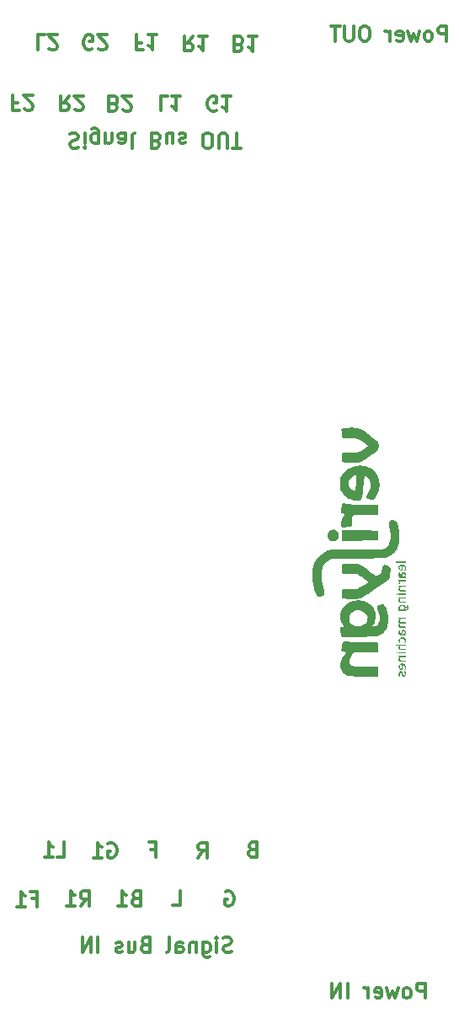
<source format=gbr>
%TF.GenerationSoftware,KiCad,Pcbnew,(6.0.6)*%
%TF.CreationDate,2022-10-06T19:19:23+05:30*%
%TF.ProjectId,ESPNOW-FK,4553504e-4f57-42d4-964b-2e6b69636164,V1.0*%
%TF.SameCoordinates,PX6885d00PY822d320*%
%TF.FileFunction,Legend,Bot*%
%TF.FilePolarity,Positive*%
%FSLAX46Y46*%
G04 Gerber Fmt 4.6, Leading zero omitted, Abs format (unit mm)*
G04 Created by KiCad (PCBNEW (6.0.6)) date 2022-10-06 19:19:23*
%MOMM*%
%LPD*%
G01*
G04 APERTURE LIST*
%ADD10C,0.300000*%
G04 APERTURE END LIST*
D10*
X13521428Y16250000D02*
X13664285Y16321429D01*
X13878571Y16321429D01*
X14092857Y16250000D01*
X14235714Y16107143D01*
X14307142Y15964286D01*
X14378571Y15678572D01*
X14378571Y15464286D01*
X14307142Y15178572D01*
X14235714Y15035715D01*
X14092857Y14892858D01*
X13878571Y14821429D01*
X13735714Y14821429D01*
X13521428Y14892858D01*
X13450000Y14964286D01*
X13450000Y15464286D01*
X13735714Y15464286D01*
X12021428Y14821429D02*
X12878571Y14821429D01*
X12450000Y14821429D02*
X12450000Y16321429D01*
X12592857Y16107143D01*
X12735714Y15964286D01*
X12878571Y15892858D01*
X14092857Y90542858D02*
X14307142Y90614286D01*
X14378571Y90685715D01*
X14450000Y90828572D01*
X14450000Y91042858D01*
X14378571Y91185715D01*
X14307142Y91257143D01*
X14164285Y91328572D01*
X13592857Y91328572D01*
X13592857Y89828572D01*
X14092857Y89828572D01*
X14235714Y89900000D01*
X14307142Y89971429D01*
X14378571Y90114286D01*
X14378571Y90257143D01*
X14307142Y90400000D01*
X14235714Y90471429D01*
X14092857Y90542858D01*
X13592857Y90542858D01*
X15021428Y89971429D02*
X15092857Y89900000D01*
X15235714Y89828572D01*
X15592857Y89828572D01*
X15735714Y89900000D01*
X15807142Y89971429D01*
X15878571Y90114286D01*
X15878571Y90257143D01*
X15807142Y90471429D01*
X14950000Y91328572D01*
X15878571Y91328572D01*
X7150000Y97478572D02*
X6435714Y97478572D01*
X6435714Y95978572D01*
X7578571Y96121429D02*
X7650000Y96050000D01*
X7792857Y95978572D01*
X8150000Y95978572D01*
X8292857Y96050000D01*
X8364285Y96121429D01*
X8435714Y96264286D01*
X8435714Y96407143D01*
X8364285Y96621429D01*
X7507142Y97478572D01*
X8435714Y97478572D01*
X9664285Y87557143D02*
X9878571Y87628572D01*
X10235714Y87628572D01*
X10378571Y87557143D01*
X10450000Y87485715D01*
X10521428Y87342858D01*
X10521428Y87200000D01*
X10450000Y87057143D01*
X10378571Y86985715D01*
X10235714Y86914286D01*
X9950000Y86842858D01*
X9807142Y86771429D01*
X9735714Y86700000D01*
X9664285Y86557143D01*
X9664285Y86414286D01*
X9735714Y86271429D01*
X9807142Y86200000D01*
X9950000Y86128572D01*
X10307142Y86128572D01*
X10521428Y86200000D01*
X11164285Y87628572D02*
X11164285Y86628572D01*
X11164285Y86128572D02*
X11092857Y86200000D01*
X11164285Y86271429D01*
X11235714Y86200000D01*
X11164285Y86128572D01*
X11164285Y86271429D01*
X12521428Y86628572D02*
X12521428Y87842858D01*
X12450000Y87985715D01*
X12378571Y88057143D01*
X12235714Y88128572D01*
X12021428Y88128572D01*
X11878571Y88057143D01*
X12521428Y87557143D02*
X12378571Y87628572D01*
X12092857Y87628572D01*
X11950000Y87557143D01*
X11878571Y87485715D01*
X11807142Y87342858D01*
X11807142Y86914286D01*
X11878571Y86771429D01*
X11950000Y86700000D01*
X12092857Y86628572D01*
X12378571Y86628572D01*
X12521428Y86700000D01*
X13235714Y86628572D02*
X13235714Y87628572D01*
X13235714Y86771429D02*
X13307142Y86700000D01*
X13450000Y86628572D01*
X13664285Y86628572D01*
X13807142Y86700000D01*
X13878571Y86842858D01*
X13878571Y87628572D01*
X15235714Y87628572D02*
X15235714Y86842858D01*
X15164285Y86700000D01*
X15021428Y86628572D01*
X14735714Y86628572D01*
X14592857Y86700000D01*
X15235714Y87557143D02*
X15092857Y87628572D01*
X14735714Y87628572D01*
X14592857Y87557143D01*
X14521428Y87414286D01*
X14521428Y87271429D01*
X14592857Y87128572D01*
X14735714Y87057143D01*
X15092857Y87057143D01*
X15235714Y86985715D01*
X16164285Y87628572D02*
X16021428Y87557143D01*
X15949999Y87414286D01*
X15949999Y86128572D01*
X18378571Y86842858D02*
X18592857Y86914286D01*
X18664285Y86985715D01*
X18735714Y87128572D01*
X18735714Y87342858D01*
X18664285Y87485715D01*
X18592857Y87557143D01*
X18450000Y87628572D01*
X17878571Y87628572D01*
X17878571Y86128572D01*
X18378571Y86128572D01*
X18521428Y86200000D01*
X18592857Y86271429D01*
X18664285Y86414286D01*
X18664285Y86557143D01*
X18592857Y86700000D01*
X18521428Y86771429D01*
X18378571Y86842858D01*
X17878571Y86842858D01*
X20021428Y86628572D02*
X20021428Y87628572D01*
X19378571Y86628572D02*
X19378571Y87414286D01*
X19449999Y87557143D01*
X19592857Y87628572D01*
X19807142Y87628572D01*
X19950000Y87557143D01*
X20021428Y87485715D01*
X20664285Y87557143D02*
X20807142Y87628572D01*
X21092857Y87628572D01*
X21235714Y87557143D01*
X21307142Y87414286D01*
X21307142Y87342858D01*
X21235714Y87200000D01*
X21092857Y87128572D01*
X20878571Y87128572D01*
X20735714Y87057143D01*
X20664285Y86914286D01*
X20664285Y86842858D01*
X20735714Y86700000D01*
X20878571Y86628572D01*
X21092857Y86628572D01*
X21235714Y86700000D01*
X23378571Y86128572D02*
X23664285Y86128572D01*
X23807142Y86200000D01*
X23949999Y86342858D01*
X24021428Y86628572D01*
X24021428Y87128572D01*
X23949999Y87414286D01*
X23807142Y87557143D01*
X23664285Y87628572D01*
X23378571Y87628572D01*
X23235714Y87557143D01*
X23092857Y87414286D01*
X23021428Y87128572D01*
X23021428Y86628572D01*
X23092857Y86342858D01*
X23235714Y86200000D01*
X23378571Y86128572D01*
X24664285Y86128572D02*
X24664285Y87342858D01*
X24735714Y87485715D01*
X24807142Y87557143D01*
X24950000Y87628572D01*
X25235714Y87628572D01*
X25378571Y87557143D01*
X25450000Y87485715D01*
X25521428Y87342858D01*
X25521428Y86128572D01*
X26021428Y86128572D02*
X26878571Y86128572D01*
X26450000Y87628572D02*
X26450000Y86128572D01*
X26692857Y96542858D02*
X26907142Y96614286D01*
X26978571Y96685715D01*
X27050000Y96828572D01*
X27050000Y97042858D01*
X26978571Y97185715D01*
X26907142Y97257143D01*
X26764285Y97328572D01*
X26192857Y97328572D01*
X26192857Y95828572D01*
X26692857Y95828572D01*
X26835714Y95900000D01*
X26907142Y95971429D01*
X26978571Y96114286D01*
X26978571Y96257143D01*
X26907142Y96400000D01*
X26835714Y96471429D01*
X26692857Y96542858D01*
X26192857Y96542858D01*
X28478571Y97328572D02*
X27621428Y97328572D01*
X28050000Y97328572D02*
X28050000Y95828572D01*
X27907142Y96042858D01*
X27764285Y96185715D01*
X27621428Y96257143D01*
X22050000Y97378572D02*
X21550000Y96664286D01*
X21192857Y97378572D02*
X21192857Y95878572D01*
X21764285Y95878572D01*
X21907142Y95950000D01*
X21978571Y96021429D01*
X22050000Y96164286D01*
X22050000Y96378572D01*
X21978571Y96521429D01*
X21907142Y96592858D01*
X21764285Y96664286D01*
X21192857Y96664286D01*
X23478571Y97378572D02*
X22621428Y97378572D01*
X23050000Y97378572D02*
X23050000Y95878572D01*
X22907142Y96092858D01*
X22764285Y96235715D01*
X22621428Y96307143D01*
X25307142Y11400000D02*
X25450000Y11471429D01*
X25664285Y11471429D01*
X25878571Y11400000D01*
X26021428Y11257143D01*
X26092857Y11114286D01*
X26164285Y10828572D01*
X26164285Y10614286D01*
X26092857Y10328572D01*
X26021428Y10185715D01*
X25878571Y10042858D01*
X25664285Y9971429D01*
X25521428Y9971429D01*
X25307142Y10042858D01*
X25235714Y10114286D01*
X25235714Y10614286D01*
X25521428Y10614286D01*
X27992857Y15657143D02*
X27778571Y15585715D01*
X27707142Y15514286D01*
X27635714Y15371429D01*
X27635714Y15157143D01*
X27707142Y15014286D01*
X27778571Y14942858D01*
X27921428Y14871429D01*
X28492857Y14871429D01*
X28492857Y16371429D01*
X27992857Y16371429D01*
X27850000Y16300000D01*
X27778571Y16228572D01*
X27707142Y16085715D01*
X27707142Y15942858D01*
X27778571Y15800000D01*
X27850000Y15728572D01*
X27992857Y15657143D01*
X28492857Y15657143D01*
X16307142Y10757143D02*
X16092857Y10685715D01*
X16021428Y10614286D01*
X15950000Y10471429D01*
X15950000Y10257143D01*
X16021428Y10114286D01*
X16092857Y10042858D01*
X16235714Y9971429D01*
X16807142Y9971429D01*
X16807142Y11471429D01*
X16307142Y11471429D01*
X16164285Y11400000D01*
X16092857Y11328572D01*
X16021428Y11185715D01*
X16021428Y11042858D01*
X16092857Y10900000D01*
X16164285Y10828572D01*
X16307142Y10757143D01*
X16807142Y10757143D01*
X14521428Y9971429D02*
X15378571Y9971429D01*
X14950000Y9971429D02*
X14950000Y11471429D01*
X15092857Y11257143D01*
X15235714Y11114286D01*
X15378571Y11042858D01*
X22585714Y14821429D02*
X23085714Y15535715D01*
X23442857Y14821429D02*
X23442857Y16321429D01*
X22871428Y16321429D01*
X22728571Y16250000D01*
X22657142Y16178572D01*
X22585714Y16035715D01*
X22585714Y15821429D01*
X22657142Y15678572D01*
X22728571Y15607143D01*
X22871428Y15535715D01*
X23442857Y15535715D01*
X11878571Y96050000D02*
X11735714Y95978572D01*
X11521428Y95978572D01*
X11307142Y96050000D01*
X11164285Y96192858D01*
X11092857Y96335715D01*
X11021428Y96621429D01*
X11021428Y96835715D01*
X11092857Y97121429D01*
X11164285Y97264286D01*
X11307142Y97407143D01*
X11521428Y97478572D01*
X11664285Y97478572D01*
X11878571Y97407143D01*
X11950000Y97335715D01*
X11950000Y96835715D01*
X11664285Y96835715D01*
X12521428Y96121429D02*
X12592857Y96050000D01*
X12735714Y95978572D01*
X13092857Y95978572D01*
X13235714Y96050000D01*
X13307142Y96121429D01*
X13378571Y96264286D01*
X13378571Y96407143D01*
X13307142Y96621429D01*
X12450000Y97478572D01*
X13378571Y97478572D01*
X17835714Y15657143D02*
X18335714Y15657143D01*
X18335714Y14871429D02*
X18335714Y16371429D01*
X17621428Y16371429D01*
X5900000Y10707143D02*
X6400000Y10707143D01*
X6400000Y9921429D02*
X6400000Y11421429D01*
X5685714Y11421429D01*
X4328571Y9921429D02*
X5185714Y9921429D01*
X4757142Y9921429D02*
X4757142Y11421429D01*
X4900000Y11207143D01*
X5042857Y11064286D01*
X5185714Y10992858D01*
X4400000Y90642858D02*
X3900000Y90642858D01*
X3900000Y91428572D02*
X3900000Y89928572D01*
X4614285Y89928572D01*
X5114285Y90071429D02*
X5185714Y90000000D01*
X5328571Y89928572D01*
X5685714Y89928572D01*
X5828571Y90000000D01*
X5900000Y90071429D01*
X5971428Y90214286D01*
X5971428Y90357143D01*
X5900000Y90571429D01*
X5042857Y91428572D01*
X5971428Y91428572D01*
X45378571Y721429D02*
X45378571Y2221429D01*
X44807142Y2221429D01*
X44664285Y2150000D01*
X44592857Y2078572D01*
X44521428Y1935715D01*
X44521428Y1721429D01*
X44592857Y1578572D01*
X44664285Y1507143D01*
X44807142Y1435715D01*
X45378571Y1435715D01*
X43664285Y721429D02*
X43807142Y792858D01*
X43878571Y864286D01*
X43950000Y1007143D01*
X43950000Y1435715D01*
X43878571Y1578572D01*
X43807142Y1650000D01*
X43664285Y1721429D01*
X43450000Y1721429D01*
X43307142Y1650000D01*
X43235714Y1578572D01*
X43164285Y1435715D01*
X43164285Y1007143D01*
X43235714Y864286D01*
X43307142Y792858D01*
X43450000Y721429D01*
X43664285Y721429D01*
X42664285Y1721429D02*
X42378571Y721429D01*
X42092857Y1435715D01*
X41807142Y721429D01*
X41521428Y1721429D01*
X40378571Y792858D02*
X40521428Y721429D01*
X40807142Y721429D01*
X40950000Y792858D01*
X41021428Y935715D01*
X41021428Y1507143D01*
X40950000Y1650000D01*
X40807142Y1721429D01*
X40521428Y1721429D01*
X40378571Y1650000D01*
X40307142Y1507143D01*
X40307142Y1364286D01*
X41021428Y1221429D01*
X39664285Y721429D02*
X39664285Y1721429D01*
X39664285Y1435715D02*
X39592857Y1578572D01*
X39521428Y1650000D01*
X39378571Y1721429D01*
X39235714Y1721429D01*
X37592857Y721429D02*
X37592857Y2221429D01*
X36878571Y721429D02*
X36878571Y2221429D01*
X36021428Y721429D01*
X36021428Y2221429D01*
X24378571Y89900000D02*
X24235714Y89828572D01*
X24021428Y89828572D01*
X23807142Y89900000D01*
X23664285Y90042858D01*
X23592857Y90185715D01*
X23521428Y90471429D01*
X23521428Y90685715D01*
X23592857Y90971429D01*
X23664285Y91114286D01*
X23807142Y91257143D01*
X24021428Y91328572D01*
X24164285Y91328572D01*
X24378571Y91257143D01*
X24450000Y91185715D01*
X24450000Y90685715D01*
X24164285Y90685715D01*
X25878571Y91328572D02*
X25021428Y91328572D01*
X25450000Y91328572D02*
X25450000Y89828572D01*
X25307142Y90042858D01*
X25164285Y90185715D01*
X25021428Y90257143D01*
X10750000Y9971429D02*
X11250000Y10685715D01*
X11607142Y9971429D02*
X11607142Y11471429D01*
X11035714Y11471429D01*
X10892857Y11400000D01*
X10821428Y11328572D01*
X10750000Y11185715D01*
X10750000Y10971429D01*
X10821428Y10828572D01*
X10892857Y10757143D01*
X11035714Y10685715D01*
X11607142Y10685715D01*
X9321428Y9971429D02*
X10178571Y9971429D01*
X9750000Y9971429D02*
X9750000Y11471429D01*
X9892857Y11257143D01*
X10035714Y11114286D01*
X10178571Y11042858D01*
X16850000Y96692858D02*
X16350000Y96692858D01*
X16350000Y97478572D02*
X16350000Y95978572D01*
X17064285Y95978572D01*
X18421428Y97478572D02*
X17564285Y97478572D01*
X17992857Y97478572D02*
X17992857Y95978572D01*
X17850000Y96192858D01*
X17707142Y96335715D01*
X17564285Y96407143D01*
X19500000Y91378572D02*
X18785714Y91378572D01*
X18785714Y89878572D01*
X20785714Y91378572D02*
X19928571Y91378572D01*
X20357142Y91378572D02*
X20357142Y89878572D01*
X20214285Y90092858D01*
X20071428Y90235715D01*
X19928571Y90307143D01*
X9600000Y91378572D02*
X9100000Y90664286D01*
X8742857Y91378572D02*
X8742857Y89878572D01*
X9314285Y89878572D01*
X9457142Y89950000D01*
X9528571Y90021429D01*
X9600000Y90164286D01*
X9600000Y90378572D01*
X9528571Y90521429D01*
X9457142Y90592858D01*
X9314285Y90664286D01*
X8742857Y90664286D01*
X10171428Y90021429D02*
X10242857Y89950000D01*
X10385714Y89878572D01*
X10742857Y89878572D01*
X10885714Y89950000D01*
X10957142Y90021429D01*
X11028571Y90164286D01*
X11028571Y90307143D01*
X10957142Y90521429D01*
X10100000Y91378572D01*
X11028571Y91378572D01*
X47528571Y96871429D02*
X47528571Y98371429D01*
X46957142Y98371429D01*
X46814285Y98300000D01*
X46742857Y98228572D01*
X46671428Y98085715D01*
X46671428Y97871429D01*
X46742857Y97728572D01*
X46814285Y97657143D01*
X46957142Y97585715D01*
X47528571Y97585715D01*
X45814285Y96871429D02*
X45957142Y96942858D01*
X46028571Y97014286D01*
X46100000Y97157143D01*
X46100000Y97585715D01*
X46028571Y97728572D01*
X45957142Y97800000D01*
X45814285Y97871429D01*
X45600000Y97871429D01*
X45457142Y97800000D01*
X45385714Y97728572D01*
X45314285Y97585715D01*
X45314285Y97157143D01*
X45385714Y97014286D01*
X45457142Y96942858D01*
X45600000Y96871429D01*
X45814285Y96871429D01*
X44814285Y97871429D02*
X44528571Y96871429D01*
X44242857Y97585715D01*
X43957142Y96871429D01*
X43671428Y97871429D01*
X42528571Y96942858D02*
X42671428Y96871429D01*
X42957142Y96871429D01*
X43100000Y96942858D01*
X43171428Y97085715D01*
X43171428Y97657143D01*
X43100000Y97800000D01*
X42957142Y97871429D01*
X42671428Y97871429D01*
X42528571Y97800000D01*
X42457142Y97657143D01*
X42457142Y97514286D01*
X43171428Y97371429D01*
X41814285Y96871429D02*
X41814285Y97871429D01*
X41814285Y97585715D02*
X41742857Y97728572D01*
X41671428Y97800000D01*
X41528571Y97871429D01*
X41385714Y97871429D01*
X39457142Y98371429D02*
X39171428Y98371429D01*
X39028571Y98300000D01*
X38885714Y98157143D01*
X38814285Y97871429D01*
X38814285Y97371429D01*
X38885714Y97085715D01*
X39028571Y96942858D01*
X39171428Y96871429D01*
X39457142Y96871429D01*
X39600000Y96942858D01*
X39742857Y97085715D01*
X39814285Y97371429D01*
X39814285Y97871429D01*
X39742857Y98157143D01*
X39600000Y98300000D01*
X39457142Y98371429D01*
X38171428Y98371429D02*
X38171428Y97157143D01*
X38100000Y97014286D01*
X38028571Y96942858D01*
X37885714Y96871429D01*
X37600000Y96871429D01*
X37457142Y96942858D01*
X37385714Y97014286D01*
X37314285Y97157143D01*
X37314285Y98371429D01*
X36814285Y98371429D02*
X35957142Y98371429D01*
X36385714Y96871429D02*
X36385714Y98371429D01*
X20035714Y10021429D02*
X20750000Y10021429D01*
X20750000Y11521429D01*
X8400000Y14871429D02*
X9114285Y14871429D01*
X9114285Y16371429D01*
X7114285Y14871429D02*
X7971428Y14871429D01*
X7542857Y14871429D02*
X7542857Y16371429D01*
X7685714Y16157143D01*
X7828571Y16014286D01*
X7971428Y15942858D01*
X25935714Y5392858D02*
X25721428Y5321429D01*
X25364285Y5321429D01*
X25221428Y5392858D01*
X25150000Y5464286D01*
X25078571Y5607143D01*
X25078571Y5750000D01*
X25150000Y5892858D01*
X25221428Y5964286D01*
X25364285Y6035715D01*
X25650000Y6107143D01*
X25792857Y6178572D01*
X25864285Y6250000D01*
X25935714Y6392858D01*
X25935714Y6535715D01*
X25864285Y6678572D01*
X25792857Y6750000D01*
X25650000Y6821429D01*
X25292857Y6821429D01*
X25078571Y6750000D01*
X24435714Y5321429D02*
X24435714Y6321429D01*
X24435714Y6821429D02*
X24507142Y6750000D01*
X24435714Y6678572D01*
X24364285Y6750000D01*
X24435714Y6821429D01*
X24435714Y6678572D01*
X23078571Y6321429D02*
X23078571Y5107143D01*
X23150000Y4964286D01*
X23221428Y4892858D01*
X23364285Y4821429D01*
X23578571Y4821429D01*
X23721428Y4892858D01*
X23078571Y5392858D02*
X23221428Y5321429D01*
X23507142Y5321429D01*
X23650000Y5392858D01*
X23721428Y5464286D01*
X23792857Y5607143D01*
X23792857Y6035715D01*
X23721428Y6178572D01*
X23650000Y6250000D01*
X23507142Y6321429D01*
X23221428Y6321429D01*
X23078571Y6250000D01*
X22364285Y6321429D02*
X22364285Y5321429D01*
X22364285Y6178572D02*
X22292857Y6250000D01*
X22150000Y6321429D01*
X21935714Y6321429D01*
X21792857Y6250000D01*
X21721428Y6107143D01*
X21721428Y5321429D01*
X20364285Y5321429D02*
X20364285Y6107143D01*
X20435714Y6250000D01*
X20578571Y6321429D01*
X20864285Y6321429D01*
X21007142Y6250000D01*
X20364285Y5392858D02*
X20507142Y5321429D01*
X20864285Y5321429D01*
X21007142Y5392858D01*
X21078571Y5535715D01*
X21078571Y5678572D01*
X21007142Y5821429D01*
X20864285Y5892858D01*
X20507142Y5892858D01*
X20364285Y5964286D01*
X19435714Y5321429D02*
X19578571Y5392858D01*
X19650000Y5535715D01*
X19650000Y6821429D01*
X17221428Y6107143D02*
X17007142Y6035715D01*
X16935714Y5964286D01*
X16864285Y5821429D01*
X16864285Y5607143D01*
X16935714Y5464286D01*
X17007142Y5392858D01*
X17150000Y5321429D01*
X17721428Y5321429D01*
X17721428Y6821429D01*
X17221428Y6821429D01*
X17078571Y6750000D01*
X17007142Y6678572D01*
X16935714Y6535715D01*
X16935714Y6392858D01*
X17007142Y6250000D01*
X17078571Y6178572D01*
X17221428Y6107143D01*
X17721428Y6107143D01*
X15578571Y6321429D02*
X15578571Y5321429D01*
X16221428Y6321429D02*
X16221428Y5535715D01*
X16150000Y5392858D01*
X16007142Y5321429D01*
X15792857Y5321429D01*
X15650000Y5392858D01*
X15578571Y5464286D01*
X14935714Y5392858D02*
X14792857Y5321429D01*
X14507142Y5321429D01*
X14364285Y5392858D01*
X14292857Y5535715D01*
X14292857Y5607143D01*
X14364285Y5750000D01*
X14507142Y5821429D01*
X14721428Y5821429D01*
X14864285Y5892858D01*
X14935714Y6035715D01*
X14935714Y6107143D01*
X14864285Y6250000D01*
X14721428Y6321429D01*
X14507142Y6321429D01*
X14364285Y6250000D01*
X12507142Y5321429D02*
X12507142Y6821429D01*
X11792857Y5321429D02*
X11792857Y6821429D01*
X10935714Y5321429D01*
X10935714Y6821429D01*
%TO.C,G\u002A3e2*%
G36*
X37283556Y50420333D02*
G01*
X37412750Y50387883D01*
X37453756Y50377321D01*
X37532900Y50361021D01*
X37626179Y50346871D01*
X37737163Y50334685D01*
X37869422Y50324276D01*
X38026525Y50315458D01*
X38212042Y50308043D01*
X38429544Y50301846D01*
X38682600Y50296679D01*
X38974780Y50292356D01*
X39309653Y50288690D01*
X39376096Y50288049D01*
X39648334Y50285195D01*
X39878537Y50282305D01*
X40070168Y50279261D01*
X40226690Y50275943D01*
X40351566Y50272233D01*
X40448259Y50268013D01*
X40520230Y50263162D01*
X40570944Y50257563D01*
X40603863Y50251097D01*
X40622449Y50243644D01*
X40633222Y50236473D01*
X40648255Y50222295D01*
X40659109Y50200466D01*
X40666463Y50164549D01*
X40670999Y50108110D01*
X40673397Y50024712D01*
X40674337Y49907919D01*
X40674499Y49751297D01*
X40674498Y49743748D01*
X40673862Y49582485D01*
X40671776Y49461460D01*
X40667841Y49374896D01*
X40661660Y49317012D01*
X40652835Y49282032D01*
X40640967Y49264175D01*
X40617984Y49253992D01*
X40573736Y49248585D01*
X40502445Y49248396D01*
X40397799Y49253415D01*
X40253490Y49263635D01*
X40237820Y49264796D01*
X40115023Y49271914D01*
X39957240Y49278528D01*
X39774201Y49284362D01*
X39575637Y49289139D01*
X39371278Y49292582D01*
X39170856Y49294414D01*
X39038095Y49294878D01*
X38828240Y49294397D01*
X38656965Y49291621D01*
X38519307Y49285873D01*
X38410309Y49276472D01*
X38325008Y49262743D01*
X38258447Y49244006D01*
X38205664Y49219584D01*
X38161699Y49188799D01*
X38121592Y49150971D01*
X38099977Y49126474D01*
X38069149Y49079111D01*
X38046581Y49020449D01*
X38031066Y48943505D01*
X38021395Y48841296D01*
X38016362Y48706841D01*
X38014759Y48533155D01*
X38014557Y48480736D01*
X38012021Y48332783D01*
X38006413Y48226120D01*
X37997458Y48156971D01*
X37984882Y48121561D01*
X37968352Y48106576D01*
X37919172Y48085374D01*
X37838779Y48067142D01*
X37723412Y48051284D01*
X37569308Y48037201D01*
X37372703Y48024295D01*
X37306125Y48020478D01*
X37180193Y48015315D01*
X37090834Y48020288D01*
X37031778Y48041419D01*
X36996758Y48084727D01*
X36979504Y48156230D01*
X36973749Y48261949D01*
X36973224Y48407903D01*
X36973329Y48464003D01*
X36974935Y48582894D01*
X36979304Y48668396D01*
X36987485Y48729815D01*
X37000530Y48776460D01*
X37019490Y48817637D01*
X37030029Y48837946D01*
X37055547Y48894085D01*
X37065755Y48928406D01*
X37070436Y48943441D01*
X37093861Y48993352D01*
X37132526Y49066995D01*
X37181420Y49154573D01*
X37214276Y49212649D01*
X37256965Y49290909D01*
X37286226Y49348209D01*
X37297085Y49375066D01*
X37279238Y49387361D01*
X37227035Y49404042D01*
X37152504Y49420481D01*
X37066018Y49439369D01*
X36999268Y49466035D01*
X36957580Y49506630D01*
X36936317Y49569124D01*
X36930844Y49661485D01*
X36936524Y49791682D01*
X36941565Y49855489D01*
X36954461Y49966411D01*
X36970470Y50062123D01*
X36987246Y50127110D01*
X36993080Y50143261D01*
X37021129Y50227903D01*
X37042934Y50303570D01*
X37054102Y50341529D01*
X37082398Y50395719D01*
X37125395Y50425850D01*
X37190110Y50433522D01*
X37283556Y50420333D01*
G37*
G36*
X43450455Y41236065D02*
G01*
X42733333Y41236065D01*
X42733333Y41351730D01*
X43450455Y41351730D01*
X43450455Y41236065D01*
G37*
G36*
X37817736Y44357424D02*
G01*
X37995013Y44355522D01*
X38166825Y44352362D01*
X38322971Y44348192D01*
X38453253Y44343261D01*
X38547469Y44337817D01*
X38558502Y44336960D01*
X38669252Y44326958D01*
X38750704Y44314460D01*
X38818475Y44295107D01*
X38888178Y44264544D01*
X38975429Y44218414D01*
X39038051Y44182100D01*
X39150211Y44110963D01*
X39269591Y44029653D01*
X39379052Y43949586D01*
X39431736Y43909238D01*
X39543099Y43823922D01*
X39672003Y43725139D01*
X39806401Y43622122D01*
X39934244Y43524105D01*
X40029835Y43451682D01*
X40139077Y43371025D01*
X40235497Y43302049D01*
X40311226Y43250365D01*
X40358394Y43221586D01*
X40395206Y43204425D01*
X40512054Y43175353D01*
X40622649Y43190943D01*
X40733145Y43251690D01*
X40773982Y43281998D01*
X40844507Y43334337D01*
X40898014Y43374047D01*
X40928622Y43401810D01*
X40987623Y43488856D01*
X41028560Y43597529D01*
X41044261Y43711293D01*
X41045104Y43733669D01*
X41057383Y43815774D01*
X41079468Y43881651D01*
X41079970Y43882622D01*
X41104141Y43953874D01*
X41114366Y44032015D01*
X41123274Y44111392D01*
X41161954Y44200719D01*
X41227383Y44258101D01*
X41266020Y44271130D01*
X41320413Y44269983D01*
X41400425Y44250464D01*
X41439880Y44238169D01*
X41553461Y44196458D01*
X41665449Y44147512D01*
X41765206Y44096604D01*
X41842096Y44049007D01*
X41885481Y44009996D01*
X41892865Y43997843D01*
X41912459Y43937131D01*
X41921761Y43846149D01*
X41920785Y43721185D01*
X41909546Y43558525D01*
X41888058Y43354459D01*
X41875158Y43253317D01*
X41851280Y43112388D01*
X41821972Y43003047D01*
X41783709Y42916045D01*
X41732969Y42842130D01*
X41666229Y42772055D01*
X41656070Y42762950D01*
X41602152Y42718794D01*
X41520395Y42655102D01*
X41418261Y42577403D01*
X41303210Y42491226D01*
X41182703Y42402100D01*
X41064201Y42315554D01*
X40955166Y42237117D01*
X40863058Y42172317D01*
X40795338Y42126684D01*
X40789422Y42122864D01*
X40695731Y42061281D01*
X40603202Y41998729D01*
X40521248Y41941746D01*
X40459281Y41896870D01*
X40426714Y41870638D01*
X40400474Y41850615D01*
X40345796Y41824419D01*
X40311437Y41809681D01*
X40263125Y41776448D01*
X40235228Y41754611D01*
X40174284Y41711499D01*
X40087370Y41651952D01*
X39981109Y41580342D01*
X39862122Y41501044D01*
X39737033Y41418428D01*
X39612463Y41336870D01*
X39495034Y41260740D01*
X39391369Y41194413D01*
X39308091Y41142261D01*
X39251821Y41108657D01*
X39207625Y41082953D01*
X39125851Y41032204D01*
X39060957Y40988193D01*
X39031693Y40967997D01*
X38906631Y40903864D01*
X38752301Y40855667D01*
X38565733Y40823001D01*
X38343953Y40805461D01*
X38083992Y40802642D01*
X37782877Y40814139D01*
X37736107Y40816930D01*
X37510159Y40834179D01*
X37330053Y40855069D01*
X37195547Y40879643D01*
X37106402Y40907943D01*
X37062377Y40940011D01*
X37057407Y40961605D01*
X37051745Y41024171D01*
X37047203Y41118337D01*
X37044157Y41235872D01*
X37042977Y41368546D01*
X37042622Y41767057D01*
X37102014Y41805972D01*
X37108719Y41810119D01*
X37131423Y41820441D01*
X37162872Y41828176D01*
X37208423Y41833500D01*
X37273435Y41836592D01*
X37363263Y41837626D01*
X37483266Y41836781D01*
X37638800Y41834232D01*
X37835223Y41830157D01*
X38509041Y41815427D01*
X38822599Y41980549D01*
X38823410Y41980976D01*
X38985491Y42069325D01*
X39146171Y42162311D01*
X39297443Y42254890D01*
X39431301Y42342015D01*
X39539739Y42418643D01*
X39614751Y42479727D01*
X39621040Y42485588D01*
X39656802Y42524037D01*
X39661985Y42553458D01*
X39640907Y42592468D01*
X39630194Y42605891D01*
X39582655Y42652116D01*
X39510702Y42713774D01*
X39423772Y42783222D01*
X39331301Y42852819D01*
X39242726Y42914922D01*
X39239183Y42917289D01*
X39115781Y42997753D01*
X39016703Y43058343D01*
X38946261Y43096543D01*
X38908768Y43109836D01*
X38877869Y43121184D01*
X38835614Y43155895D01*
X38815367Y43175118D01*
X38757087Y43220093D01*
X38687448Y43265777D01*
X38580965Y43329599D01*
X37849986Y43341165D01*
X37792120Y43342106D01*
X37588669Y43345959D01*
X37426204Y43350150D01*
X37300499Y43354915D01*
X37207331Y43360493D01*
X37142477Y43367121D01*
X37101713Y43375038D01*
X37080815Y43384481D01*
X37075284Y43389740D01*
X37063114Y43410000D01*
X37054335Y43444377D01*
X37048423Y43499297D01*
X37044850Y43581190D01*
X37043092Y43696485D01*
X37042622Y43851611D01*
X37042633Y43901944D01*
X37043021Y44041404D01*
X37044514Y44143290D01*
X37047838Y44214286D01*
X37053724Y44261074D01*
X37062900Y44290335D01*
X37076094Y44308751D01*
X37094036Y44323005D01*
X37095915Y44324282D01*
X37119450Y44335394D01*
X37155770Y44343886D01*
X37210453Y44350066D01*
X37289080Y44354243D01*
X37397229Y44356726D01*
X37540479Y44357821D01*
X37724409Y44357838D01*
X37817736Y44357424D01*
G37*
G36*
X38102337Y58066234D02*
G01*
X38185141Y58044229D01*
X38219119Y58033495D01*
X38293326Y58014847D01*
X38347413Y58007468D01*
X38364615Y58007128D01*
X38469936Y57996389D01*
X38596487Y57973455D01*
X38727427Y57942248D01*
X38845915Y57906686D01*
X38935109Y57870689D01*
X38977338Y57848247D01*
X39089174Y57782846D01*
X39220883Y57699908D01*
X39361135Y57606864D01*
X39498600Y57511146D01*
X39621949Y57420185D01*
X39632568Y57412123D01*
X39702275Y57362327D01*
X39758594Y57327134D01*
X39790179Y57313722D01*
X39810826Y57305879D01*
X39858881Y57273819D01*
X39917411Y57225498D01*
X39922859Y57220633D01*
X39989504Y57163993D01*
X40082281Y57088438D01*
X40191300Y57001762D01*
X40306673Y56911761D01*
X40418510Y56826230D01*
X40516920Y56752963D01*
X40602537Y56678696D01*
X40661652Y56590808D01*
X40697329Y56477910D01*
X40700890Y56458802D01*
X40710320Y56364835D01*
X40712838Y56251247D01*
X40709097Y56131189D01*
X40699749Y56017807D01*
X40685448Y55924250D01*
X40666844Y55863666D01*
X40634924Y55818228D01*
X40577054Y55754638D01*
X40508324Y55690871D01*
X40493033Y55678030D01*
X40375377Y55583816D01*
X40233146Y55476206D01*
X40072489Y55359326D01*
X39899556Y55237305D01*
X39720498Y55114270D01*
X39541464Y54994348D01*
X39368605Y54881667D01*
X39208070Y54780354D01*
X39066008Y54694537D01*
X38948571Y54628342D01*
X38861907Y54585898D01*
X38860312Y54585226D01*
X38817594Y54567660D01*
X38778544Y54553965D01*
X38736921Y54543665D01*
X38686483Y54536283D01*
X38620989Y54531343D01*
X38534195Y54528368D01*
X38419862Y54526881D01*
X38271746Y54526406D01*
X38083606Y54526465D01*
X38014979Y54526556D01*
X37798757Y54527580D01*
X37622624Y54530107D01*
X37481765Y54534669D01*
X37371364Y54541801D01*
X37286606Y54552037D01*
X37222673Y54565912D01*
X37174751Y54583960D01*
X37138023Y54606714D01*
X37107674Y54634708D01*
X37042622Y54704346D01*
X37042622Y55094627D01*
X37042609Y55120234D01*
X37042785Y55272743D01*
X37046822Y55385307D01*
X37059454Y55463429D01*
X37085416Y55512611D01*
X37129442Y55538354D01*
X37196266Y55546160D01*
X37290624Y55541533D01*
X37417251Y55529973D01*
X37492469Y55524439D01*
X37631145Y55518023D01*
X37791819Y55513829D01*
X37960138Y55512194D01*
X38121746Y55513455D01*
X38225589Y55515448D01*
X38357996Y55519043D01*
X38458463Y55524660D01*
X38535777Y55533998D01*
X38598719Y55548755D01*
X38656075Y55570631D01*
X38716628Y55601323D01*
X38789162Y55642532D01*
X38794240Y55645458D01*
X38852456Y55678648D01*
X38933156Y55724283D01*
X39020491Y55773398D01*
X39084352Y55810307D01*
X39196333Y55878377D01*
X39317117Y55954798D01*
X39434503Y56031670D01*
X39536289Y56101096D01*
X39610272Y56155177D01*
X39667995Y56200288D01*
X39598706Y56272729D01*
X39568439Y56301348D01*
X39490147Y56365146D01*
X39386412Y56441790D01*
X39266381Y56524624D01*
X39139202Y56606996D01*
X39129047Y56613476D01*
X39082211Y56647077D01*
X39059274Y56669930D01*
X39045000Y56684318D01*
X38995744Y56717032D01*
X38921557Y56759510D01*
X38832578Y56806455D01*
X38738949Y56852572D01*
X38650810Y56892564D01*
X38578301Y56921135D01*
X38462197Y56952376D01*
X38280792Y56980302D01*
X38062487Y56995825D01*
X37811609Y56998665D01*
X37532488Y56988545D01*
X37496905Y56986527D01*
X37357430Y56979253D01*
X37255733Y56975598D01*
X37184931Y56975754D01*
X37138139Y56979916D01*
X37108476Y56988277D01*
X37089056Y57001032D01*
X37087911Y57002094D01*
X37071608Y57025925D01*
X37059168Y57066878D01*
X37049490Y57132240D01*
X37041475Y57229295D01*
X37034021Y57365328D01*
X37031795Y57408164D01*
X37023923Y57523207D01*
X37014645Y57618940D01*
X37004937Y57686388D01*
X36995777Y57716572D01*
X36995137Y57717242D01*
X36979638Y57755694D01*
X36973224Y57814931D01*
X36973316Y57823129D01*
X36979328Y57867974D01*
X36998662Y57902937D01*
X37036802Y57929970D01*
X37099232Y57951024D01*
X37191438Y57968052D01*
X37318904Y57983005D01*
X37487115Y57997837D01*
X37585851Y58006353D01*
X37719229Y58019484D01*
X37836341Y58032845D01*
X37927224Y58045274D01*
X37981919Y58055607D01*
X38032807Y58066466D01*
X38102337Y58066234D01*
G37*
G36*
X43450455Y34990164D02*
G01*
X42919585Y34990164D01*
X42884291Y34921913D01*
X42860064Y34859172D01*
X42848972Y34777623D01*
X42860372Y34708912D01*
X42893743Y34667116D01*
X42922598Y34659270D01*
X42991601Y34650941D01*
X43086094Y34645266D01*
X43194471Y34643169D01*
X43450455Y34643169D01*
X43450455Y34527504D01*
X43159772Y34527504D01*
X43045217Y34529307D01*
X42941437Y34534569D01*
X42863810Y34542547D01*
X42822386Y34552499D01*
X42807810Y34561329D01*
X42752594Y34624577D01*
X42727341Y34712887D01*
X42733338Y34816722D01*
X42771873Y34926548D01*
X42787686Y34960362D01*
X42790545Y34984767D01*
X42768626Y34990164D01*
X42745568Y35001255D01*
X42733333Y35047996D01*
X42733333Y35105828D01*
X43450455Y35105828D01*
X43450455Y34990164D01*
G37*
G36*
X42204985Y48799936D02*
G01*
X42259375Y48788757D01*
X42313211Y48757512D01*
X42381546Y48698435D01*
X42508947Y48553898D01*
X42612886Y48372158D01*
X42684687Y48159216D01*
X42698530Y48100885D01*
X42716433Y48016231D01*
X42732886Y47923918D01*
X42749415Y47814354D01*
X42767548Y47677946D01*
X42788811Y47505100D01*
X42790278Y47491006D01*
X42794584Y47400820D01*
X42795116Y47278174D01*
X42792351Y47134257D01*
X42786762Y46980258D01*
X42778824Y46827368D01*
X42769011Y46686777D01*
X42757797Y46569674D01*
X42745657Y46487249D01*
X42729062Y46410579D01*
X42682737Y46232498D01*
X42629378Y46067169D01*
X42572789Y45925695D01*
X42516773Y45819176D01*
X42437907Y45696676D01*
X42372977Y45599349D01*
X42320861Y45526928D01*
X42275820Y45471908D01*
X42232113Y45426785D01*
X42184003Y45384053D01*
X42144502Y45351672D01*
X41968098Y45224417D01*
X41775644Y45108938D01*
X41581926Y45013509D01*
X41401731Y44946401D01*
X41385393Y44941884D01*
X41358396Y44935931D01*
X41324993Y44930602D01*
X41282527Y44925845D01*
X41228340Y44921606D01*
X41159775Y44917829D01*
X41074175Y44914462D01*
X40968882Y44911450D01*
X40841240Y44908740D01*
X40688590Y44906276D01*
X40508276Y44904006D01*
X40297641Y44901875D01*
X40054026Y44899828D01*
X39774775Y44897814D01*
X39457230Y44895776D01*
X39098734Y44893661D01*
X38696630Y44891415D01*
X38379755Y44889706D01*
X38004298Y44887698D01*
X37670327Y44885805D01*
X37375135Y44883875D01*
X37116014Y44881756D01*
X36890257Y44879293D01*
X36695155Y44876336D01*
X36528003Y44872731D01*
X36386092Y44868325D01*
X36266715Y44862965D01*
X36167164Y44856500D01*
X36084732Y44848776D01*
X36016712Y44839640D01*
X35960395Y44828941D01*
X35913076Y44816525D01*
X35872046Y44802239D01*
X35834597Y44785931D01*
X35798023Y44767448D01*
X35759616Y44746637D01*
X35716668Y44723346D01*
X35712833Y44721277D01*
X35636797Y44673046D01*
X35547695Y44606230D01*
X35453963Y44528429D01*
X35364040Y44447243D01*
X35286364Y44370270D01*
X35229373Y44305111D01*
X35201504Y44259365D01*
X35181324Y44213852D01*
X35144304Y44155729D01*
X35141167Y44151361D01*
X35115788Y44098200D01*
X35088721Y44017321D01*
X35065316Y43924399D01*
X35064199Y43919112D01*
X35042534Y43817263D01*
X35021576Y43719870D01*
X35005717Y43647345D01*
X34990819Y43548091D01*
X34982446Y43397085D01*
X34983180Y43217930D01*
X34992145Y43019743D01*
X35008464Y42811644D01*
X35031261Y42602752D01*
X35059658Y42402184D01*
X35092780Y42219061D01*
X35129749Y42062500D01*
X35169690Y41941621D01*
X35183893Y41905635D01*
X35226545Y41776869D01*
X35258045Y41649054D01*
X35275452Y41535786D01*
X35275828Y41450657D01*
X35269703Y41414215D01*
X35221939Y41277094D01*
X35141318Y41169797D01*
X35031247Y41095835D01*
X34895136Y41058715D01*
X34795194Y41053653D01*
X34657449Y41075993D01*
X34541891Y41136492D01*
X34447014Y41236448D01*
X34371310Y41377160D01*
X34313272Y41559927D01*
X34307096Y41584119D01*
X34284073Y41666061D01*
X34258085Y41750788D01*
X34256069Y41757282D01*
X34238485Y41827264D01*
X34217384Y41928739D01*
X34195242Y42049116D01*
X34174533Y42175801D01*
X34169788Y42206461D01*
X34150678Y42321972D01*
X34132490Y42420583D01*
X34117086Y42492659D01*
X34106330Y42528564D01*
X34103818Y42534537D01*
X34093707Y42586389D01*
X34084963Y42674442D01*
X34077789Y42790534D01*
X34072389Y42926502D01*
X34068967Y43074182D01*
X34067727Y43225411D01*
X34068872Y43372026D01*
X34072605Y43505863D01*
X34079131Y43618761D01*
X34097782Y43793152D01*
X34160576Y44114394D01*
X34259198Y44408786D01*
X34395173Y44679660D01*
X34570024Y44930352D01*
X34785273Y45164193D01*
X34853517Y45227534D01*
X34953478Y45314358D01*
X35048504Y45390952D01*
X35124858Y45445921D01*
X35182358Y45479969D01*
X35304458Y45541669D01*
X35448235Y45605310D01*
X35599283Y45665000D01*
X35743198Y45714844D01*
X35865577Y45748951D01*
X35882635Y45751844D01*
X35930474Y45756405D01*
X36003812Y45760574D01*
X36104538Y45764376D01*
X36234540Y45767839D01*
X36395706Y45770988D01*
X36589923Y45773850D01*
X36819078Y45776450D01*
X37085061Y45778816D01*
X37389758Y45780974D01*
X37735058Y45782950D01*
X38122848Y45784770D01*
X38555015Y45786461D01*
X41119959Y45795678D01*
X41273139Y45869386D01*
X41319392Y45893723D01*
X41444250Y45977371D01*
X41563712Y46080193D01*
X41665098Y46190482D01*
X41735731Y46296531D01*
X41763885Y46363430D01*
X41799593Y46472336D01*
X41835486Y46602466D01*
X41868223Y46740629D01*
X41894466Y46873635D01*
X41910874Y46988293D01*
X41914711Y47044225D01*
X41912276Y47188212D01*
X41894990Y47366998D01*
X41862526Y47583472D01*
X41814556Y47840528D01*
X41783361Y48011851D01*
X41757690Y48214799D01*
X41752440Y48378874D01*
X41767587Y48505600D01*
X41803109Y48596501D01*
X41803915Y48597787D01*
X41872661Y48672736D01*
X41970274Y48737627D01*
X42079648Y48783288D01*
X42183675Y48800546D01*
X42204985Y48799936D01*
G37*
G36*
X42584985Y41373206D02*
G01*
X42611444Y41355062D01*
X42617668Y41305464D01*
X42616287Y41275285D01*
X42601167Y41243534D01*
X42559836Y41236065D01*
X42534687Y41237722D01*
X42508228Y41255867D01*
X42502003Y41305464D01*
X42503384Y41335643D01*
X42518504Y41367394D01*
X42559836Y41374863D01*
X42584985Y41373206D01*
G37*
G36*
X43450455Y35337158D02*
G01*
X42733333Y35337158D01*
X42733333Y35452823D01*
X43450455Y35452823D01*
X43450455Y35337158D01*
G37*
G36*
X43392800Y33568207D02*
G01*
X43426601Y33527003D01*
X43436012Y33488707D01*
X43444961Y33414475D01*
X43448989Y33328060D01*
X43449006Y33326243D01*
X43447779Y33244038D01*
X43438079Y33190424D01*
X43413843Y33148088D01*
X43369008Y33099718D01*
X43358405Y33089226D01*
X43306724Y33045108D01*
X43263896Y33028707D01*
X43212860Y33032702D01*
X43177123Y33042331D01*
X43112533Y33083180D01*
X43066525Y33155957D01*
X43033915Y33267464D01*
X43017661Y33333330D01*
X42984192Y33412349D01*
X42943271Y33447357D01*
X42893930Y33439541D01*
X42854676Y33403571D01*
X42832919Y33328095D01*
X42843968Y33220001D01*
X42887822Y33079286D01*
X42883261Y33054982D01*
X42839334Y33046994D01*
X42801049Y33055163D01*
X42760809Y33097321D01*
X42737539Y33177846D01*
X42730040Y33299510D01*
X42734755Y33364817D01*
X42766443Y33466043D01*
X42823755Y33537443D01*
X42901739Y33573959D01*
X42995446Y33570536D01*
X43002320Y33568663D01*
X43047008Y33545511D01*
X43083148Y33500538D01*
X43115525Y33425717D01*
X43148921Y33313023D01*
X43149589Y33310496D01*
X43171229Y33235249D01*
X43190634Y33194401D01*
X43215723Y33177533D01*
X43254416Y33174225D01*
X43299038Y33179304D01*
X43325961Y33204104D01*
X43344840Y33261741D01*
X43354178Y33319938D01*
X43346953Y33383297D01*
X43317914Y33464154D01*
X43269371Y33579052D01*
X43337526Y33579052D01*
X43392800Y33568207D01*
G37*
G36*
X42584985Y35474299D02*
G01*
X42611444Y35456154D01*
X42617668Y35406557D01*
X42616287Y35376378D01*
X42601167Y35344627D01*
X42559836Y35337158D01*
X42534687Y35338815D01*
X42508228Y35356960D01*
X42502003Y35406557D01*
X42503384Y35436736D01*
X42518504Y35468487D01*
X42559836Y35475956D01*
X42584985Y35474299D01*
G37*
G36*
X43402975Y37682909D02*
G01*
X43447863Y37589325D01*
X43455278Y37542395D01*
X43445782Y37436854D01*
X43406993Y37331832D01*
X43398681Y37315528D01*
X43392182Y37287113D01*
X43414942Y37280327D01*
X43438161Y37269312D01*
X43450455Y37222495D01*
X43450455Y37164663D01*
X43140422Y37164663D01*
X43025531Y37165097D01*
X42946345Y37167531D01*
X42893579Y37173715D01*
X42857948Y37185401D01*
X42830168Y37204340D01*
X42800952Y37232282D01*
X42764153Y37276295D01*
X42762363Y37280327D01*
X43073957Y37280327D01*
X43168363Y37280327D01*
X43195538Y37281070D01*
X43258152Y37295030D01*
X43298779Y37331741D01*
X43304404Y37340760D01*
X43325881Y37404122D01*
X43333870Y37481111D01*
X43327783Y37552625D01*
X43307030Y37599562D01*
X43262521Y37623330D01*
X43198683Y37620663D01*
X43142513Y37585866D01*
X43126492Y37558842D01*
X43104473Y37492796D01*
X43089476Y37412368D01*
X43073957Y37280327D01*
X42762363Y37280327D01*
X42738180Y37334812D01*
X42727996Y37412826D01*
X42730479Y37523224D01*
X42737076Y37598611D01*
X42751399Y37658932D01*
X42776456Y37688727D01*
X42816577Y37696721D01*
X42855169Y37692980D01*
X42866537Y37672484D01*
X42856743Y37621539D01*
X42841593Y37540521D01*
X42838012Y37440808D01*
X42852305Y37360787D01*
X42883445Y37312351D01*
X42927405Y37288841D01*
X42957375Y37297931D01*
X42976846Y37344357D01*
X42989735Y37432544D01*
X42999329Y37504184D01*
X43032220Y37620013D01*
X43084631Y37698093D01*
X43158561Y37742085D01*
X43239955Y37757277D01*
X43262521Y37752996D01*
X43331884Y37739837D01*
X43402975Y37682909D01*
G37*
G36*
X43147459Y34339905D02*
G01*
X43255575Y34312373D01*
X43346772Y34259054D01*
X43409936Y34180510D01*
X43431374Y34120760D01*
X43447993Y34010896D01*
X43446164Y33893784D01*
X43425059Y33790701D01*
X43413930Y33762819D01*
X43383490Y33726871D01*
X43331933Y33717850D01*
X43264203Y33717850D01*
X43303564Y33793032D01*
X43334741Y33879912D01*
X43344267Y33982125D01*
X43328178Y34075687D01*
X43287190Y34145201D01*
X43229251Y34188637D01*
X43167076Y34216299D01*
X43103460Y34231791D01*
X43103460Y33717850D01*
X43001137Y33717850D01*
X42968185Y33719647D01*
X42868755Y33750439D01*
X42792113Y33812951D01*
X42741912Y33898776D01*
X42727112Y33972911D01*
X42829491Y33972911D01*
X42851400Y33902917D01*
X42897271Y33852728D01*
X42964663Y33833515D01*
X42980124Y33834779D01*
X42996794Y33845901D01*
X43006066Y33876139D01*
X43010068Y33934538D01*
X43010928Y34030145D01*
X43010920Y34036731D01*
X43007781Y34139759D01*
X42999318Y34204383D01*
X42986016Y34226776D01*
X42978963Y34225149D01*
X42941568Y34201665D01*
X42893484Y34159156D01*
X42867328Y34127624D01*
X42833986Y34051538D01*
X42829491Y33972911D01*
X42727112Y33972911D01*
X42721803Y33999504D01*
X42735439Y34106729D01*
X42786471Y34212043D01*
X42832711Y34262158D01*
X42924915Y34315359D01*
X42986016Y34329832D01*
X43033535Y34341088D01*
X43147459Y34339905D01*
G37*
G36*
X43258677Y40216549D02*
G01*
X43351332Y40164723D01*
X43408065Y40085672D01*
X43427322Y39980589D01*
X43427260Y39975220D01*
X43416251Y39894935D01*
X43392028Y39823805D01*
X43356735Y39755555D01*
X43426728Y39755555D01*
X43453269Y39757242D01*
X43527073Y39787409D01*
X43573272Y39852934D01*
X43589253Y39950679D01*
X43588791Y39972519D01*
X43581020Y40051428D01*
X43566692Y40112610D01*
X43555481Y40148058D01*
X43565233Y40168168D01*
X43611262Y40171949D01*
X43657969Y40164600D01*
X43688971Y40131466D01*
X43698690Y40073147D01*
X43701478Y39971940D01*
X43692217Y39870298D01*
X43672040Y39791048D01*
X43649607Y39745759D01*
X43616973Y39705996D01*
X43570692Y39677453D01*
X43504251Y39658350D01*
X43411138Y39646909D01*
X43284841Y39641348D01*
X43118849Y39639890D01*
X42738679Y39639890D01*
X42734830Y39761338D01*
X42734224Y39780824D01*
X42731664Y39893513D01*
X42731954Y39914073D01*
X42831019Y39914073D01*
X42846258Y39819171D01*
X42858903Y39790565D01*
X42877476Y39770678D01*
X42910962Y39760245D01*
X42969812Y39756220D01*
X43064475Y39755555D01*
X43140820Y39755970D01*
X43207584Y39759230D01*
X43246780Y39768181D01*
X43268993Y39785652D01*
X43284811Y39814476D01*
X43293151Y39834908D01*
X43310841Y39924172D01*
X43301501Y40006989D01*
X43266330Y40067001D01*
X43218597Y40096121D01*
X43129563Y40117216D01*
X43031128Y40114360D01*
X42941530Y40086462D01*
X42915822Y40070722D01*
X42855669Y40002025D01*
X42831019Y39914073D01*
X42731954Y39914073D01*
X42732760Y39971285D01*
X42738490Y40024013D01*
X42749833Y40061568D01*
X42767766Y40093823D01*
X42839796Y40170867D01*
X42948670Y40223568D01*
X43087259Y40241261D01*
X43129563Y40240019D01*
X43131657Y40239958D01*
X43258677Y40216549D01*
G37*
G36*
X43450455Y42600910D02*
G01*
X43198653Y42600910D01*
X43140888Y42600829D01*
X43048376Y42599450D01*
X42988341Y42594912D01*
X42951422Y42585371D01*
X42928258Y42568979D01*
X42909491Y42543892D01*
X42901247Y42528739D01*
X42880420Y42460139D01*
X42872131Y42380424D01*
X42871704Y42338037D01*
X42865889Y42294900D01*
X42847290Y42279824D01*
X42808515Y42281295D01*
X42778044Y42288508D01*
X42744332Y42319995D01*
X42740136Y42377629D01*
X42765581Y42464465D01*
X42820789Y42583561D01*
X42816169Y42594142D01*
X42781527Y42600910D01*
X42781198Y42600911D01*
X42743866Y42613717D01*
X42733333Y42658743D01*
X42733333Y42716575D01*
X43450455Y42716575D01*
X43450455Y42600910D01*
G37*
G36*
X43219768Y44279171D02*
G01*
X43327484Y44228626D01*
X43405125Y44143913D01*
X43407442Y44140007D01*
X43436580Y44063088D01*
X43450319Y43969355D01*
X43449587Y43871170D01*
X43435311Y43780895D01*
X43408418Y43710893D01*
X43369837Y43673526D01*
X43351520Y43668373D01*
X43306824Y43670310D01*
X43279324Y43689092D01*
X43283530Y43717350D01*
X43289326Y43725932D01*
X43312180Y43775036D01*
X43335174Y43841341D01*
X43346308Y43892302D01*
X43343705Y43995203D01*
X43307684Y44081085D01*
X43241480Y44139655D01*
X43188283Y44165321D01*
X43148431Y44175229D01*
X43123516Y44161173D01*
X43110045Y44117580D01*
X43104524Y44038876D01*
X43103460Y43919490D01*
X43103460Y43665027D01*
X43014349Y43665027D01*
X42913428Y43682305D01*
X42822525Y43736038D01*
X42757903Y43818506D01*
X42725541Y43921822D01*
X42728260Y43975600D01*
X42822933Y43975600D01*
X42837822Y43893804D01*
X42886817Y43828637D01*
X42889388Y43826636D01*
X42940416Y43794119D01*
X42979349Y43780692D01*
X42991243Y43785912D01*
X43002932Y43815276D01*
X43009117Y43876737D01*
X43010928Y43977322D01*
X43010924Y43982537D01*
X43007454Y44089083D01*
X42995648Y44152813D01*
X42972749Y44176735D01*
X42936001Y44163852D01*
X42882646Y44117171D01*
X42842364Y44059161D01*
X42822933Y43975600D01*
X42728260Y43975600D01*
X42731420Y44038102D01*
X42770031Y44139000D01*
X42845173Y44223826D01*
X42952235Y44276009D01*
X42972749Y44278772D01*
X43089809Y44294541D01*
X43219768Y44279171D01*
G37*
G36*
X38834827Y54215160D02*
G01*
X38905953Y54214301D01*
X39155661Y54199097D01*
X39376961Y54163234D01*
X39581227Y54104364D01*
X39779833Y54020139D01*
X39993983Y53896770D01*
X40208405Y53727601D01*
X40388408Y53531238D01*
X40403140Y53511691D01*
X40484507Y53389128D01*
X40563548Y53248443D01*
X40633622Y53103203D01*
X40688088Y52966970D01*
X40720305Y52853311D01*
X40730625Y52801957D01*
X40751413Y52706652D01*
X40770214Y52629052D01*
X40778734Y52593341D01*
X40796319Y52502200D01*
X40810179Y52409289D01*
X40817583Y52325341D01*
X40813306Y52126862D01*
X40778926Y51946630D01*
X40760025Y51879177D01*
X40734222Y51780486D01*
X40709609Y51680601D01*
X40668524Y51544372D01*
X40597869Y51375511D01*
X40509348Y51208056D01*
X40409498Y51053035D01*
X40304860Y50921476D01*
X40201970Y50824407D01*
X40140560Y50785694D01*
X40065033Y50763184D01*
X39978954Y50767114D01*
X39873632Y50798091D01*
X39740373Y50856724D01*
X39635399Y50911703D01*
X39544087Y50975157D01*
X39493658Y51038717D01*
X39481770Y51108113D01*
X39506077Y51189078D01*
X39564236Y51287340D01*
X39570364Y51296403D01*
X39657385Y51443806D01*
X39737830Y51612635D01*
X39807546Y51791142D01*
X39862378Y51967578D01*
X39898170Y52130193D01*
X39910769Y52267241D01*
X39910069Y52292872D01*
X39897541Y52406000D01*
X39872697Y52531208D01*
X39839943Y52649050D01*
X39803682Y52740081D01*
X39782076Y52779286D01*
X39707169Y52890298D01*
X39618595Y52995543D01*
X39527256Y53082889D01*
X39444059Y53140203D01*
X39401489Y53160901D01*
X39343272Y53186010D01*
X39310422Y53195810D01*
X39306770Y53194831D01*
X39292359Y53166876D01*
X39286520Y53112401D01*
X39284207Y53072839D01*
X39272154Y52987477D01*
X39253253Y52898421D01*
X39244771Y52856613D01*
X39231357Y52763975D01*
X39217771Y52643545D01*
X39205205Y52506251D01*
X39194851Y52363023D01*
X39191460Y52309542D01*
X39176731Y52097644D01*
X39160190Y51886759D01*
X39142555Y51684419D01*
X39124545Y51498155D01*
X39106877Y51335496D01*
X39090271Y51203975D01*
X39075444Y51111122D01*
X39055328Y51024813D01*
X39004810Y50896947D01*
X38932238Y50804034D01*
X38832689Y50742316D01*
X38701236Y50708040D01*
X38532955Y50697449D01*
X38501292Y50697680D01*
X38388217Y50701603D01*
X38282671Y50709373D01*
X38204015Y50719683D01*
X38168981Y50727092D01*
X38024024Y50769169D01*
X37865757Y50829201D01*
X37712834Y50899576D01*
X37583908Y50972684D01*
X37547806Y50997556D01*
X37436226Y51088531D01*
X37317934Y51202216D01*
X37200119Y51330070D01*
X37089968Y51463551D01*
X36994669Y51594117D01*
X36921409Y51713226D01*
X36877375Y51812337D01*
X36873619Y51827876D01*
X36864156Y51893846D01*
X36854954Y51991337D01*
X36846906Y52109906D01*
X36840902Y52239110D01*
X36840713Y52244485D01*
X36839410Y52524570D01*
X37691639Y52524570D01*
X37695185Y52423440D01*
X37704423Y52323870D01*
X37736805Y52186462D01*
X37796424Y52066063D01*
X37889911Y51946427D01*
X37908521Y51927567D01*
X37978130Y51871174D01*
X38064318Y51814242D01*
X38154029Y51764280D01*
X38234206Y51728796D01*
X38291795Y51715300D01*
X38294398Y51715408D01*
X38318370Y51728433D01*
X38340560Y51765729D01*
X38361778Y51830945D01*
X38382829Y51927730D01*
X38404521Y52059734D01*
X38427662Y52230603D01*
X38453060Y52443989D01*
X38458655Y52498635D01*
X38468217Y52619529D01*
X38476050Y52753300D01*
X38481706Y52888154D01*
X38484736Y53012295D01*
X38484691Y53113930D01*
X38481122Y53181264D01*
X38479568Y53193551D01*
X38469115Y53229411D01*
X38442119Y53240757D01*
X38384089Y53235724D01*
X38252684Y53203099D01*
X38097633Y53128743D01*
X37954829Y53023516D01*
X37834892Y52895485D01*
X37748441Y52752721D01*
X37742380Y52739116D01*
X37712212Y52663708D01*
X37696306Y52598426D01*
X37691639Y52524570D01*
X36839410Y52524570D01*
X36839388Y52529390D01*
X36856789Y52772818D01*
X36893071Y52975653D01*
X36948394Y53138780D01*
X37022914Y53263085D01*
X37040626Y53285642D01*
X37093491Y53355557D01*
X37146721Y53428643D01*
X37149301Y53432229D01*
X37216606Y53511575D01*
X37311444Y53606112D01*
X37423006Y53706505D01*
X37540477Y53803416D01*
X37653046Y53887511D01*
X37749901Y53949454D01*
X37931748Y54042511D01*
X38137754Y54123406D01*
X38348515Y54177084D01*
X38442119Y54189209D01*
X38576663Y54206637D01*
X38834827Y54215160D01*
G37*
G36*
X43450455Y40889071D02*
G01*
X43185737Y40889071D01*
X43130833Y40888985D01*
X43033107Y40887609D01*
X42968696Y40883332D01*
X42928566Y40874611D01*
X42903682Y40859901D01*
X42885009Y40837657D01*
X42878070Y40825883D01*
X42857340Y40762152D01*
X42848998Y40686721D01*
X42849004Y40684031D01*
X42853764Y40629658D01*
X42871863Y40591090D01*
X42909872Y40565687D01*
X42974361Y40550810D01*
X43071902Y40543820D01*
X43209065Y40542076D01*
X43450455Y40542076D01*
X43450455Y40426411D01*
X43171710Y40426411D01*
X43069712Y40427528D01*
X42947559Y40434593D01*
X42859969Y40450165D01*
X42800012Y40476536D01*
X42760762Y40515999D01*
X42735290Y40570847D01*
X42726560Y40606410D01*
X42730887Y40717086D01*
X42777873Y40839580D01*
X42784407Y40852305D01*
X42791714Y40881853D01*
X42768846Y40889071D01*
X42745626Y40900086D01*
X42733333Y40946903D01*
X42733333Y41004735D01*
X43450455Y41004735D01*
X43450455Y40889071D01*
G37*
G36*
X43317322Y42180392D02*
G01*
X43387324Y42178103D01*
X43420425Y42174360D01*
X43439897Y42152819D01*
X43450455Y42104278D01*
X43450455Y42045719D01*
X43185737Y42045719D01*
X43130833Y42045634D01*
X43033107Y42044257D01*
X42968696Y42039980D01*
X42928566Y42031259D01*
X42903682Y42016549D01*
X42885009Y41994306D01*
X42860513Y41939413D01*
X42850020Y41863422D01*
X42858378Y41791780D01*
X42885544Y41743458D01*
X42893642Y41738438D01*
X42950372Y41723022D01*
X43049018Y41711066D01*
X43186273Y41703015D01*
X43281769Y41699184D01*
X43363551Y41694425D01*
X43413415Y41687741D01*
X43439257Y41677131D01*
X43448971Y41660598D01*
X43450455Y41636143D01*
X43450455Y41579383D01*
X43151519Y41587005D01*
X43058740Y41589632D01*
X42962228Y41594000D01*
X42896528Y41600601D01*
X42852625Y41611012D01*
X42821507Y41626813D01*
X42794158Y41649580D01*
X42780992Y41662650D01*
X42730323Y41741917D01*
X42721452Y41832614D01*
X42753578Y41940479D01*
X42761918Y41959570D01*
X42782594Y42013935D01*
X42783328Y42039399D01*
X42765195Y42045719D01*
X42740777Y42059755D01*
X42737580Y42109335D01*
X42744899Y42172950D01*
X43067647Y42179417D01*
X43103998Y42180069D01*
X43219765Y42181092D01*
X43317322Y42180392D01*
G37*
G36*
X43450455Y36146812D02*
G01*
X43185737Y36146812D01*
X43130833Y36146727D01*
X43033107Y36145350D01*
X42968696Y36141073D01*
X42928566Y36132352D01*
X42903682Y36117642D01*
X42885009Y36095399D01*
X42878070Y36083625D01*
X42857340Y36019893D01*
X42848998Y35944462D01*
X42849004Y35941772D01*
X42853764Y35887399D01*
X42871863Y35848831D01*
X42909872Y35823428D01*
X42974361Y35808551D01*
X43071902Y35801561D01*
X43209065Y35799817D01*
X43450455Y35799817D01*
X43450455Y35684153D01*
X43171710Y35684153D01*
X43069712Y35685269D01*
X42947559Y35692335D01*
X42859969Y35707906D01*
X42800012Y35734277D01*
X42760762Y35773740D01*
X42735290Y35828588D01*
X42726560Y35864152D01*
X42730887Y35974827D01*
X42777873Y36097322D01*
X42786848Y36115380D01*
X42788313Y36133254D01*
X42768141Y36142619D01*
X42718123Y36146222D01*
X42630048Y36146812D01*
X42567889Y36147033D01*
X42504238Y36149702D01*
X42470811Y36158043D01*
X42457885Y36175282D01*
X42455737Y36204644D01*
X42455737Y36262477D01*
X43450455Y36262477D01*
X43450455Y36146812D01*
G37*
G36*
X43112084Y36979156D02*
G01*
X43239440Y36960952D01*
X43335274Y36913377D01*
X43405125Y36833895D01*
X43425298Y36790337D01*
X43446992Y36690088D01*
X43448325Y36580712D01*
X43427894Y36483746D01*
X43424074Y36474376D01*
X43392082Y36435034D01*
X43334829Y36424408D01*
X43289591Y36426506D01*
X43277869Y36440226D01*
X43297287Y36476457D01*
X43341170Y36577863D01*
X43345407Y36675474D01*
X43312729Y36759119D01*
X43247884Y36821776D01*
X43155618Y36856426D01*
X43040677Y36856045D01*
X42977364Y36840480D01*
X42889979Y36790903D01*
X42840939Y36717633D01*
X42832444Y36624959D01*
X42866697Y36517170D01*
X42912592Y36424408D01*
X42845523Y36424408D01*
X42809429Y36429882D01*
X42765825Y36464984D01*
X42741124Y36535982D01*
X42733333Y36646826D01*
X42738483Y36718342D01*
X42775484Y36830474D01*
X42846919Y36912294D01*
X42951331Y36962430D01*
X43087259Y36979512D01*
X43112084Y36979156D01*
G37*
G36*
X37425671Y36570148D02*
G01*
X37574681Y36538797D01*
X37670532Y36520185D01*
X37839848Y36498370D01*
X38051651Y36480780D01*
X38303865Y36467496D01*
X38594413Y36458595D01*
X38921218Y36454156D01*
X39282203Y36454259D01*
X39675291Y36458983D01*
X39783640Y36460825D01*
X39992819Y36464088D01*
X40162312Y36466124D01*
X40296648Y36466829D01*
X40400355Y36466098D01*
X40477962Y36463827D01*
X40533998Y36459912D01*
X40572990Y36454247D01*
X40599468Y36446729D01*
X40617960Y36437254D01*
X40674499Y36400208D01*
X40674499Y35957253D01*
X40674447Y35897962D01*
X40673553Y35754948D01*
X40671153Y35649428D01*
X40666733Y35574888D01*
X40659779Y35524812D01*
X40649778Y35492685D01*
X40636214Y35471994D01*
X40629585Y35465570D01*
X40615886Y35457123D01*
X40594378Y35450112D01*
X40561215Y35444405D01*
X40512552Y35439869D01*
X40444543Y35436369D01*
X40353342Y35433773D01*
X40235103Y35431948D01*
X40085982Y35430760D01*
X39902131Y35430077D01*
X39679706Y35429764D01*
X39414861Y35429690D01*
X38231793Y35429690D01*
X38142778Y35338530D01*
X38141560Y35337282D01*
X38102387Y35295720D01*
X38067797Y35254429D01*
X38032294Y35205316D01*
X37990377Y35140287D01*
X37936550Y35051249D01*
X37865313Y34930108D01*
X37836602Y34879779D01*
X37807126Y34818440D01*
X37791000Y34760399D01*
X37784245Y34689141D01*
X37782877Y34588154D01*
X37790307Y34437336D01*
X37816291Y34317703D01*
X37865196Y34226133D01*
X37941386Y34154547D01*
X38049222Y34094865D01*
X38057745Y34091199D01*
X38082977Y34082501D01*
X38115249Y34075116D01*
X38158486Y34068888D01*
X38216608Y34063657D01*
X38293538Y34059265D01*
X38393199Y34055556D01*
X38519514Y34052370D01*
X38676403Y34049551D01*
X38867791Y34046940D01*
X39097599Y34044380D01*
X39369750Y34041712D01*
X39414093Y34041290D01*
X39684863Y34038505D01*
X39913368Y34035685D01*
X40103090Y34032710D01*
X40257510Y34029458D01*
X40380109Y34025806D01*
X40474367Y34021633D01*
X40543766Y34016816D01*
X40591787Y34011235D01*
X40621910Y34004766D01*
X40637617Y33997287D01*
X40648020Y33986521D01*
X40658915Y33964651D01*
X40666344Y33928679D01*
X40670739Y33872176D01*
X40672534Y33788713D01*
X40672161Y33671860D01*
X40670052Y33515190D01*
X40668542Y33421837D01*
X40665945Y33290584D01*
X40662675Y33195089D01*
X40657866Y33128662D01*
X40650651Y33084611D01*
X40640163Y33056247D01*
X40625537Y33036879D01*
X40605906Y33019818D01*
X40585817Y33005109D01*
X40530343Y32984223D01*
X40455541Y32987330D01*
X40425179Y32989895D01*
X40349694Y32993690D01*
X40237174Y32998010D01*
X40092736Y33002702D01*
X39921494Y33007612D01*
X39728562Y33012587D01*
X39519055Y33017472D01*
X39298087Y33022114D01*
X39139409Y33025391D01*
X38916723Y33030407D01*
X38704835Y33035645D01*
X38509653Y33040935D01*
X38337089Y33046106D01*
X38193054Y33050988D01*
X38083456Y33055410D01*
X38014207Y33059201D01*
X37880339Y33072465D01*
X37663618Y33110829D01*
X37475503Y33166772D01*
X37323813Y33238265D01*
X37225688Y33310673D01*
X37108516Y33433393D01*
X37010921Y33576639D01*
X36944139Y33725976D01*
X36928370Y33781106D01*
X36898425Y33947088D01*
X36885467Y34131359D01*
X36888938Y34321455D01*
X36908279Y34504911D01*
X36942931Y34669262D01*
X36992337Y34802043D01*
X37010492Y34838038D01*
X37051385Y34916080D01*
X37089809Y34982157D01*
X37133555Y35048334D01*
X37190411Y35126677D01*
X37268169Y35229250D01*
X37332564Y35315216D01*
X37386250Y35390360D01*
X37422547Y35445179D01*
X37435883Y35471625D01*
X37426272Y35481920D01*
X37382186Y35498077D01*
X37314435Y35511233D01*
X37229186Y35526404D01*
X37121337Y35557702D01*
X37040252Y35596588D01*
X36995682Y35639148D01*
X36977558Y35697072D01*
X36977865Y35793232D01*
X37005368Y35895307D01*
X37020976Y35944310D01*
X37039961Y36030684D01*
X37053720Y36123679D01*
X37063564Y36208843D01*
X37086813Y36355364D01*
X37117910Y36461791D01*
X37162099Y36532303D01*
X37224625Y36571080D01*
X37310734Y36582302D01*
X37425671Y36570148D01*
G37*
G36*
X43400013Y43461332D02*
G01*
X43441340Y43389242D01*
X43451370Y43346310D01*
X43448280Y43231191D01*
X43406993Y43115075D01*
X43398681Y43098770D01*
X43392182Y43070355D01*
X43414942Y43063570D01*
X43438161Y43052555D01*
X43450455Y43005737D01*
X43450455Y42947905D01*
X42853110Y42947905D01*
X42793222Y43019079D01*
X42773711Y43044663D01*
X42764603Y43063570D01*
X43073883Y43063570D01*
X43168325Y43063570D01*
X43195591Y43064316D01*
X43258171Y43078281D01*
X43298779Y43114983D01*
X43304404Y43124003D01*
X43325881Y43187365D01*
X43333870Y43264354D01*
X43327783Y43335868D01*
X43307030Y43382805D01*
X43305508Y43384292D01*
X43250163Y43409344D01*
X43188217Y43398821D01*
X43137950Y43355658D01*
X43126013Y43332562D01*
X43103225Y43262910D01*
X43087928Y43182160D01*
X43073883Y43063570D01*
X42764603Y43063570D01*
X42742427Y43109601D01*
X42728992Y43192397D01*
X42730479Y43306466D01*
X42737076Y43381853D01*
X42751399Y43442174D01*
X42776456Y43471970D01*
X42816577Y43479963D01*
X42855169Y43476222D01*
X42866537Y43455727D01*
X42856743Y43404781D01*
X42849217Y43371286D01*
X42838082Y43268603D01*
X42844995Y43179239D01*
X42867685Y43111214D01*
X42903879Y43072544D01*
X42951302Y43071247D01*
X42963239Y43078611D01*
X42982194Y43118577D01*
X42988304Y43195858D01*
X42992728Y43267008D01*
X43021966Y43382719D01*
X43074719Y43469095D01*
X43146494Y43521986D01*
X43232800Y43537244D01*
X43250163Y43532464D01*
X43329144Y43510719D01*
X43400013Y43461332D01*
G37*
G36*
X39022532Y40649007D02*
G01*
X39240102Y40605879D01*
X39428144Y40544018D01*
X39616995Y40447007D01*
X39802996Y40317585D01*
X39974926Y40165000D01*
X40124920Y39997099D01*
X40245114Y39821725D01*
X40327642Y39646726D01*
X40334040Y39628040D01*
X40378155Y39448060D01*
X40403079Y39241885D01*
X40408382Y39023944D01*
X40393635Y38808663D01*
X40358412Y38610473D01*
X40349416Y38578721D01*
X40302311Y38461713D01*
X40235709Y38337279D01*
X40159699Y38222894D01*
X40084376Y38136029D01*
X40079811Y38131671D01*
X40042205Y38089218D01*
X40026775Y38059477D01*
X40034524Y38051865D01*
X40076658Y38045625D01*
X40144829Y38046449D01*
X40226933Y38053206D01*
X40310867Y38064762D01*
X40384528Y38079985D01*
X40435813Y38097744D01*
X40446738Y38103732D01*
X40509361Y38147144D01*
X40576148Y38204629D01*
X40636714Y38265856D01*
X40680671Y38320490D01*
X40697632Y38358199D01*
X40706797Y38400049D01*
X40731465Y38456540D01*
X40777407Y38561605D01*
X40816962Y38714635D01*
X40835124Y38876863D01*
X40830342Y39032476D01*
X40801063Y39165664D01*
X40795498Y39181984D01*
X40775600Y39258265D01*
X40767379Y39321433D01*
X40766963Y39327545D01*
X40755122Y39379657D01*
X40729420Y39462277D01*
X40693171Y39565343D01*
X40649688Y39678795D01*
X40607241Y39787720D01*
X40564792Y39907746D01*
X40540569Y39996960D01*
X40533438Y40061655D01*
X40542260Y40108125D01*
X40565899Y40142662D01*
X40589107Y40156168D01*
X40653069Y40178268D01*
X40743387Y40201887D01*
X40848641Y40224623D01*
X40957411Y40244071D01*
X41058278Y40257826D01*
X41139822Y40263486D01*
X41144626Y40263505D01*
X41223866Y40250215D01*
X41293651Y40208167D01*
X41357698Y40133065D01*
X41419730Y40020610D01*
X41483466Y39866506D01*
X41491705Y39844028D01*
X41542382Y39688485D01*
X41587917Y39521209D01*
X41623774Y39360210D01*
X41645418Y39223497D01*
X41647384Y39204640D01*
X41657628Y39059106D01*
X41662858Y38891374D01*
X41663019Y38718486D01*
X41658059Y38557484D01*
X41647925Y38425409D01*
X41620480Y38253980D01*
X41558264Y38023877D01*
X41471528Y37811516D01*
X41364090Y37625778D01*
X41239764Y37475541D01*
X41234072Y37469995D01*
X41102938Y37364720D01*
X40937189Y37265101D01*
X40747895Y37177030D01*
X40546126Y37106397D01*
X40503893Y37094201D01*
X40454858Y37081228D01*
X40405628Y37070564D01*
X40351085Y37061850D01*
X40286112Y37054726D01*
X40205590Y37048834D01*
X40104401Y37043813D01*
X39977427Y37039305D01*
X39819551Y37034949D01*
X39625654Y37030387D01*
X39390619Y37025259D01*
X39196817Y37021349D01*
X38939757Y37016799D01*
X38674198Y37012709D01*
X38411091Y37009221D01*
X38161386Y37006479D01*
X37936033Y37004625D01*
X37745980Y37003803D01*
X37618939Y37003672D01*
X37445669Y37003908D01*
X37310500Y37004943D01*
X37208366Y37007049D01*
X37134204Y37010499D01*
X37082949Y37015568D01*
X37049536Y37022527D01*
X37028902Y37031652D01*
X37015981Y37043215D01*
X36989862Y37079304D01*
X36960725Y37137630D01*
X36934625Y37216587D01*
X36908887Y37324629D01*
X36880835Y37470211D01*
X36858308Y37601243D01*
X36839072Y37744006D01*
X36834948Y37851142D01*
X36848170Y37927982D01*
X36880970Y37979854D01*
X36935582Y38012089D01*
X37014239Y38030016D01*
X37119176Y38038965D01*
X37318431Y38049423D01*
X37207384Y38179584D01*
X37114307Y38292874D01*
X37028286Y38413151D01*
X36965910Y38527324D01*
X36923619Y38645791D01*
X36897852Y38778954D01*
X36885048Y38937211D01*
X36884635Y38960736D01*
X37762131Y38960736D01*
X37764507Y38805077D01*
X37766546Y38759176D01*
X37773772Y38653942D01*
X37784731Y38579360D01*
X37801604Y38523849D01*
X37826575Y38475830D01*
X37827734Y38473966D01*
X37927449Y38353116D01*
X38062360Y38246152D01*
X38222474Y38157672D01*
X38397794Y38092274D01*
X38578329Y38054556D01*
X38754082Y38049117D01*
X38764967Y38050001D01*
X38922025Y38081459D01*
X39087210Y38144332D01*
X39244994Y38231505D01*
X39379851Y38335863D01*
X39451916Y38406950D01*
X39507444Y38476300D01*
X39543735Y38549217D01*
X39567664Y38639927D01*
X39586107Y38762656D01*
X39589968Y38793916D01*
X39600096Y38881203D01*
X39606811Y38947352D01*
X39608821Y38979994D01*
X39599459Y39036070D01*
X39572501Y39127391D01*
X39536304Y39218551D01*
X39498964Y39286932D01*
X39433150Y39363096D01*
X39308221Y39464632D01*
X39156950Y39553243D01*
X38990954Y39623392D01*
X38821854Y39669542D01*
X38661269Y39686156D01*
X38610556Y39683795D01*
X38459698Y39655963D01*
X38298925Y39601787D01*
X38142278Y39527557D01*
X38003798Y39439560D01*
X37897528Y39344086D01*
X37891482Y39337151D01*
X37833181Y39259172D01*
X37793900Y39177379D01*
X37771073Y39081369D01*
X37762131Y38960736D01*
X36884635Y38960736D01*
X36881645Y39130965D01*
X36881686Y39156894D01*
X36883845Y39302424D01*
X36891132Y39415158D01*
X36906116Y39506733D01*
X36931367Y39588785D01*
X36969455Y39672952D01*
X37022950Y39770868D01*
X37032739Y39787798D01*
X37195601Y40021569D01*
X37391201Y40225236D01*
X37615082Y40395376D01*
X37862790Y40528567D01*
X38129872Y40621386D01*
X38323770Y40658182D01*
X38551253Y40675940D01*
X38661269Y40674402D01*
X38788544Y40672622D01*
X39022532Y40649007D01*
G37*
G36*
X37255975Y47753062D02*
G01*
X37369761Y47746971D01*
X37523333Y47736371D01*
X37594150Y47731935D01*
X37740423Y47725328D01*
X37925429Y47719249D01*
X38144565Y47713792D01*
X38393229Y47709053D01*
X38666818Y47705128D01*
X38960730Y47702112D01*
X39270362Y47700101D01*
X39336001Y47699784D01*
X39629893Y47698047D01*
X39880598Y47695955D01*
X40090673Y47693445D01*
X40262672Y47690453D01*
X40399151Y47686915D01*
X40502667Y47682769D01*
X40575775Y47677950D01*
X40621031Y47672396D01*
X40640990Y47666042D01*
X40651519Y47651459D01*
X40660931Y47618589D01*
X40667508Y47563132D01*
X40671676Y47479170D01*
X40673864Y47360789D01*
X40674499Y47202072D01*
X40674485Y47142545D01*
X40674082Y47005392D01*
X40672560Y46905503D01*
X40669186Y46836254D01*
X40663223Y46791020D01*
X40653936Y46763175D01*
X40640590Y46746095D01*
X40622449Y46733154D01*
X40610078Y46727642D01*
X40579786Y46720660D01*
X40531413Y46714561D01*
X40461438Y46709209D01*
X40366336Y46704465D01*
X40242584Y46700193D01*
X40086660Y46696254D01*
X39895040Y46692512D01*
X39664200Y46688828D01*
X39390619Y46685065D01*
X39175122Y46682038D01*
X38917234Y46677881D01*
X38660546Y46673217D01*
X38412569Y46668207D01*
X38180812Y46663011D01*
X37972787Y46657792D01*
X37796005Y46652710D01*
X37657975Y46647925D01*
X37529350Y46643146D01*
X37365303Y46638378D01*
X37241392Y46636858D01*
X37153957Y46638612D01*
X37099335Y46643667D01*
X37073868Y46652047D01*
X37071525Y46654774D01*
X37060082Y46694903D01*
X37051140Y46771469D01*
X37044669Y46876210D01*
X37040636Y47000866D01*
X37039009Y47137172D01*
X37039758Y47276868D01*
X37042851Y47411691D01*
X37048255Y47533379D01*
X37055940Y47633670D01*
X37065873Y47704302D01*
X37078023Y47737011D01*
X37090730Y47744381D01*
X37122719Y47751759D01*
X37175714Y47754656D01*
X37255975Y47753062D01*
G37*
G36*
X43218233Y44609662D02*
G01*
X43319489Y44608514D01*
X43389550Y44606315D01*
X43420886Y44603144D01*
X43440064Y44581709D01*
X43450455Y44533239D01*
X43450455Y44474681D01*
X42452664Y44474681D01*
X42459984Y44538296D01*
X42467304Y44601912D01*
X42929311Y44608202D01*
X42952267Y44608500D01*
X43093315Y44609683D01*
X43218233Y44609662D01*
G37*
G36*
X36196194Y47792770D02*
G01*
X36317069Y47758450D01*
X36433177Y47701228D01*
X36534243Y47626149D01*
X36609996Y47538257D01*
X36650163Y47442595D01*
X36651031Y47437998D01*
X36662877Y47341490D01*
X36668517Y47225349D01*
X36667999Y47105952D01*
X36661367Y46999676D01*
X36648671Y46922895D01*
X36619744Y46858013D01*
X36546130Y46774000D01*
X36443948Y46705232D01*
X36323164Y46655481D01*
X36193743Y46628519D01*
X36065648Y46628115D01*
X35948847Y46658043D01*
X35926558Y46668639D01*
X35840978Y46723512D01*
X35755522Y46795802D01*
X35683961Y46872846D01*
X35640068Y46941978D01*
X35621086Y47010969D01*
X35609731Y47121666D01*
X35611321Y47243467D01*
X35625437Y47358093D01*
X35651660Y47447267D01*
X35656052Y47456382D01*
X35712279Y47540407D01*
X35794201Y47630110D01*
X35887976Y47711797D01*
X35979759Y47771777D01*
X35981228Y47772529D01*
X36080822Y47799144D01*
X36196194Y47792770D01*
G37*
G36*
X43450455Y38830236D02*
G01*
X43185737Y38830236D01*
X43130833Y38830151D01*
X43033107Y38828774D01*
X42968696Y38824498D01*
X42928566Y38815777D01*
X42903682Y38801067D01*
X42885009Y38778823D01*
X42862402Y38728514D01*
X42850382Y38654234D01*
X42854944Y38582808D01*
X42876757Y38534134D01*
X42883409Y38529546D01*
X42936274Y38516685D01*
X43034876Y38508955D01*
X43179022Y38506375D01*
X43453528Y38506375D01*
X43438888Y38379143D01*
X43175317Y38376817D01*
X43080615Y38375795D01*
X42997731Y38373300D01*
X42945038Y38367626D01*
X42913629Y38356828D01*
X42894599Y38338960D01*
X42879043Y38312075D01*
X42877361Y38308734D01*
X42857605Y38240332D01*
X42853452Y38164141D01*
X42854618Y38152075D01*
X42863537Y38112362D01*
X42884433Y38084389D01*
X42924162Y38065984D01*
X42989581Y38054974D01*
X43087544Y38049188D01*
X43224908Y38046452D01*
X43269369Y38045888D01*
X43357369Y38043824D01*
X43410924Y38039089D01*
X43438588Y38029385D01*
X43448914Y38012415D01*
X43450455Y37985883D01*
X43450455Y37928051D01*
X43183683Y37928051D01*
X43100974Y37928812D01*
X42968660Y37935588D01*
X42872491Y37951091D01*
X42805971Y37977390D01*
X42762604Y38016554D01*
X42735896Y38070650D01*
X42724032Y38135767D01*
X42737953Y38246244D01*
X42789225Y38356295D01*
X42804876Y38382379D01*
X42808944Y38414757D01*
X42779770Y38448387D01*
X42730718Y38520740D01*
X42721498Y38613952D01*
X42753578Y38724997D01*
X42757729Y38734443D01*
X42780932Y38793794D01*
X42783550Y38822659D01*
X42766732Y38830236D01*
X42744971Y38842164D01*
X42733333Y38888069D01*
X42733333Y38945901D01*
X43450455Y38945901D01*
X43450455Y38830236D01*
G37*
%TD*%
M02*

</source>
